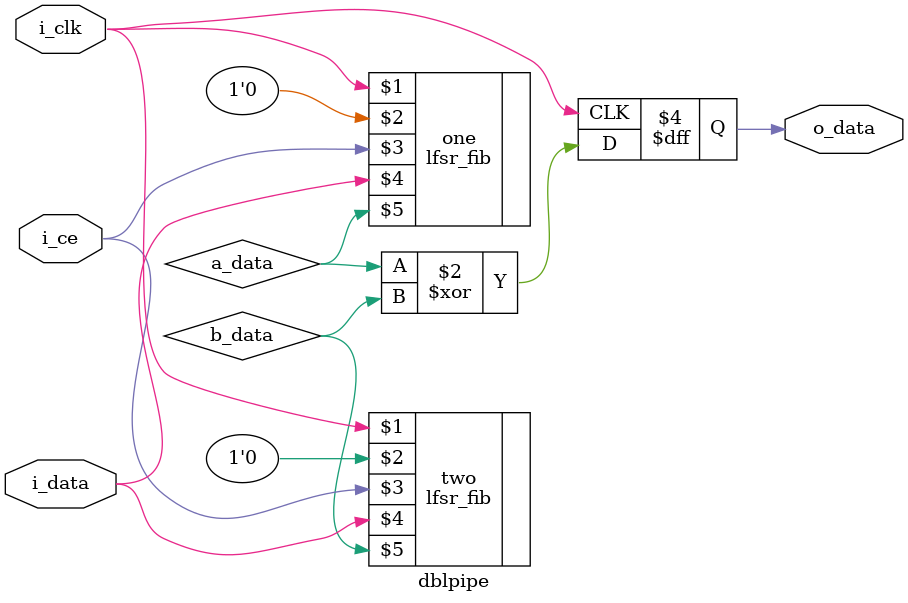
<source format=v>
`default_nettype	none
module dblpipe(i_clk,
		i_ce, i_data, o_data);
	input	wire	i_clk, i_ce;
	//
	input	wire	i_data;
	output	reg	o_data;

	wire	a_data, b_data;

	lfsr_fib	one(i_clk, 1'b0, i_ce, i_data, a_data);
	lfsr_fib	two(i_clk, 1'b0, i_ce, i_data, b_data);

	initial	o_data = 1'b0;
	always @(posedge i_clk)
		o_data <= a_data ^ b_data;
`ifdef	FORMAL
		// Your formal properties would go here
		// i_start_signal to remain high unless busy is low at some point
			reg past_reg;
			initial past_reg = 1'b0;
			always@(posedge i_clk)
			begin
				past_reg <= 1'b1;
				//assume(i_start_signal);
			end
			always@(posedge i_clk)
			begin
				if((past_reg) && ($past(i_ce == 1'b0)))
					assert(o_data == $past(o_data));
			end
		// property to check That the outputs of the two LFSR's are identical, and hence the output, o_data, will be forever zero.
			always@(posedge i_clk)
			begin
				if((past_reg) && (a_data == b_data))
					assert(o_data == 'b0);
			end
	`endif
endmodule

</source>
